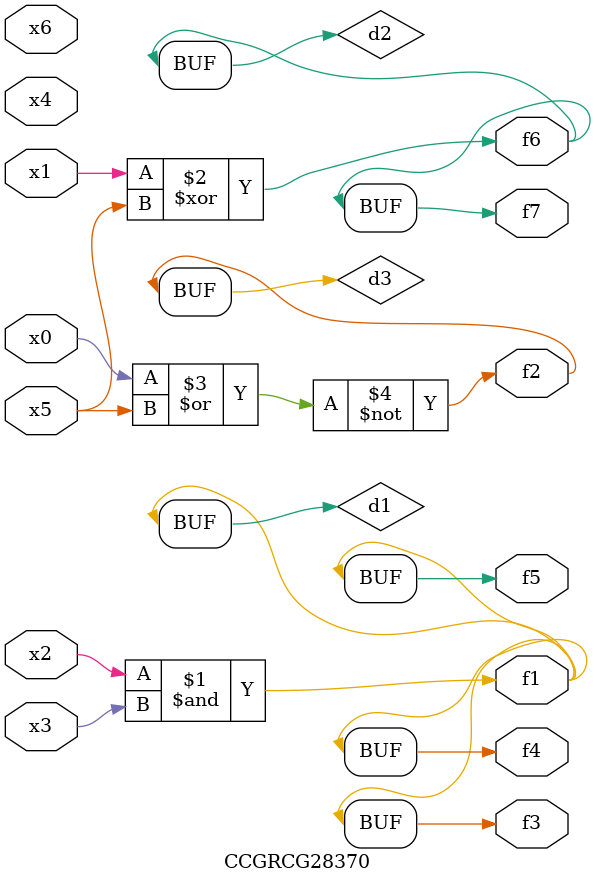
<source format=v>
module CCGRCG28370(
	input x0, x1, x2, x3, x4, x5, x6,
	output f1, f2, f3, f4, f5, f6, f7
);

	wire d1, d2, d3;

	and (d1, x2, x3);
	xor (d2, x1, x5);
	nor (d3, x0, x5);
	assign f1 = d1;
	assign f2 = d3;
	assign f3 = d1;
	assign f4 = d1;
	assign f5 = d1;
	assign f6 = d2;
	assign f7 = d2;
endmodule

</source>
